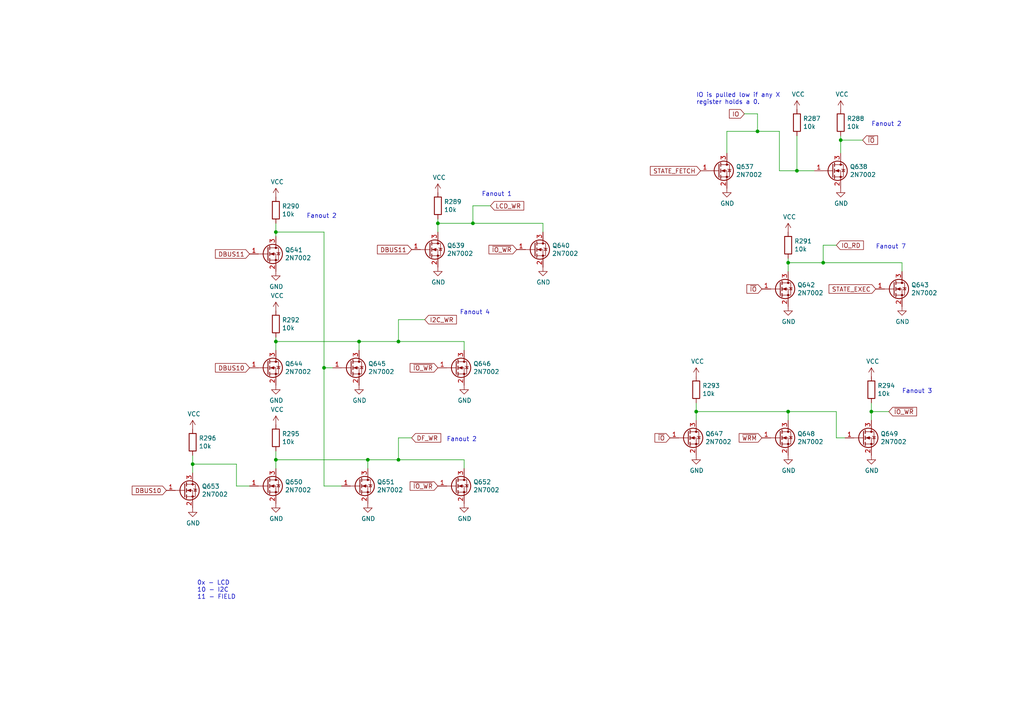
<source format=kicad_sch>
(kicad_sch (version 20211123) (generator eeschema)
  (paper "A4")
  (title_block (title "Q2 Computer") (date "2022-04-16") (rev "4c") (company "joewing.net"))
  (lib_symbols
    (symbol "Device:R" (pin_numbers hide) (pin_names (offset 0))
      (property "Reference" "R" (at 2.032 0 90))
      (property "Value" "R" (at 0 0 90))
      (symbol "R_0_1"
        (rectangle (start -1.016 -2.54) (end 1.016 2.54) (stroke (width 0.254)))
      )
      (symbol "R_1_1"
        (pin passive line (at 0 3.81 270) (length 1.27) (name "~") (number "1"))
        (pin passive line (at 0 -3.81 90) (length 1.27) (name "~") (number "2"))
      )
    )
    (symbol "Transistor_FET:2N7002" (pin_names hide)
      (property "Reference" "Q" (at 5.08 1.905 0))
      (property "Value" "2N7002" (at 5.08 0 0))
      (symbol "2N7002_0_1"
        (polyline (pts (xy 0.254 0) (xy -2.54 0)))
        (polyline (pts (xy 0.254 1.905) (xy 0.254 -1.905)) (stroke (width 0.254)))
        (polyline (pts (xy 0.762 -1.27) (xy 0.762 -2.286)) (stroke (width 0.254)))
        (polyline (pts (xy 0.762 0.508) (xy 0.762 -0.508)) (stroke (width 0.254)))
        (polyline (pts (xy 0.762 2.286) (xy 0.762 1.27)) (stroke (width 0.254)))
        (polyline (pts (xy 2.54 2.54) (xy 2.54 1.778)))
        (polyline (pts (xy 2.54 -2.54) (xy 2.54 0) (xy 0.762 0)))
        (polyline (pts (xy 0.762 -1.778) (xy 3.302 -1.778) (xy 3.302 1.778) (xy 0.762 1.778)))
        (polyline (pts (xy 1.016 0) (xy 2.032 0.381) (xy 2.032 -0.381) (xy 1.016 0)) (fill (type outline)))
        (polyline (pts (xy 2.794 0.508) (xy 2.921 0.381) (xy 3.683 0.381) (xy 3.81 0.254)))
        (polyline (pts (xy 3.302 0.381) (xy 2.921 -0.254) (xy 3.683 -0.254) (xy 3.302 0.381)))
        (circle (center 1.651 0) (radius 2.794) (stroke (width 0.254)))
        (circle (center 2.54 -1.778) (radius 0.254) (fill (type outline)))
        (circle (center 2.54 1.778) (radius 0.254) (fill (type outline)))
      )
      (symbol "2N7002_1_1"
        (pin input line (at -5.08 0 0) (length 2.54) (name "G") (number "1"))
        (pin passive line (at 2.54 -5.08 90) (length 2.54) (name "S") (number "2"))
        (pin passive line (at 2.54 5.08 270) (length 2.54) (name "D") (number "3"))
      )
    )
    (symbol "power:GND" (power) (pin_names (offset 0))
      (property "Value" "GND" (at 0 -3.81 0))
      (symbol "GND_0_1"
        (polyline (pts (xy 0 0) (xy 0 -1.27) (xy 1.27 -1.27) (xy 0 -2.54) (xy -1.27 -1.27) (xy 0 -1.27)))
      )
      (symbol "GND_1_1"
        (pin power_in line (at 0 0 270) (length 0) hide (name "GND") (number "1"))
      )
    )
    (symbol "power:VCC" (power) (pin_names (offset 0))
      (property "Value" "VCC" (at 0 3.81 0))
      (symbol "VCC_0_1"
        (polyline (pts (xy -0.762 1.27) (xy 0 2.54)))
        (polyline (pts (xy 0 0) (xy 0 2.54)))
        (polyline (pts (xy 0 2.54) (xy 0.762 1.27)))
      )
      (symbol "VCC_1_1"
        (pin power_in line (at 0 0 90) (length 0) hide (name "VCC") (number "1"))
      )
    )
  )
  (junction (at 106.68 133.35))
  (junction (at 238.76 76.2))
  (junction (at 252.73 119.38))
  (junction (at 80.01 99.06))
  (junction (at 115.57 99.06))
  (junction (at 137.16 64.77))
  (junction (at 127 64.77))
  (junction (at 231.14 49.53))
  (junction (at 55.88 134.62))
  (junction (at 228.6 119.38))
  (junction (at 201.93 119.38))
  (junction (at 219.71 38.1))
  (junction (at 93.98 106.68))
  (junction (at 80.01 133.35))
  (junction (at 243.84 40.64))
  (junction (at 115.57 133.35))
  (junction (at 104.14 99.06))
  (junction (at 228.6 76.2))
  (junction (at 80.01 67.31))
  (wire (pts (xy 210.82 44.45) (xy 210.82 38.1)))
  (wire (pts (xy 201.93 119.38) (xy 201.93 121.92)))
  (wire (pts (xy 226.06 49.53) (xy 231.14 49.53)))
  (wire (pts (xy 226.06 38.1) (xy 226.06 49.53)))
  (wire (pts (xy 134.62 133.35) (xy 134.62 135.89)))
  (wire (pts (xy 252.73 119.38) (xy 252.73 121.92)))
  (wire (pts (xy 106.68 133.35) (xy 115.57 133.35)))
  (wire (pts (xy 104.14 99.06) (xy 104.14 101.6)))
  (wire (pts (xy 137.16 59.69) (xy 137.16 64.77)))
  (wire (pts (xy 106.68 135.89) (xy 106.68 133.35)))
  (wire (pts (xy 261.62 76.2) (xy 261.62 78.74)))
  (wire (pts (xy 115.57 92.71) (xy 115.57 99.06)))
  (wire (pts (xy 219.71 33.02) (xy 219.71 38.1)))
  (wire (pts (xy 228.6 119.38) (xy 228.6 121.92)))
  (wire (pts (xy 238.76 76.2) (xy 261.62 76.2)))
  (wire (pts (xy 106.68 133.35) (xy 80.01 133.35)))
  (wire (pts (xy 68.58 140.97) (xy 68.58 134.62)))
  (wire (pts (xy 231.14 49.53) (xy 236.22 49.53)))
  (wire (pts (xy 68.58 134.62) (xy 55.88 134.62)))
  (wire (pts (xy 80.01 99.06) (xy 80.01 101.6)))
  (wire (pts (xy 80.01 67.31) (xy 80.01 68.58)))
  (wire (pts (xy 80.01 67.31) (xy 93.98 67.31)))
  (wire (pts (xy 93.98 67.31) (xy 93.98 106.68)))
  (wire (pts (xy 238.76 71.12) (xy 238.76 76.2)))
  (wire (pts (xy 127 63.5) (xy 127 64.77)))
  (wire (pts (xy 252.73 119.38) (xy 257.81 119.38)))
  (wire (pts (xy 252.73 116.84) (xy 252.73 119.38)))
  (wire (pts (xy 243.84 40.64) (xy 243.84 44.45)))
  (wire (pts (xy 134.62 99.06) (xy 134.62 101.6)))
  (wire (pts (xy 115.57 133.35) (xy 134.62 133.35)))
  (wire (pts (xy 80.01 64.77) (xy 80.01 67.31)))
  (wire (pts (xy 115.57 127) (xy 115.57 133.35)))
  (wire (pts (xy 137.16 64.77) (xy 157.48 64.77)))
  (wire (pts (xy 115.57 99.06) (xy 134.62 99.06)))
  (wire (pts (xy 80.01 133.35) (xy 80.01 135.89)))
  (wire (pts (xy 80.01 130.81) (xy 80.01 133.35)))
  (wire (pts (xy 157.48 64.77) (xy 157.48 67.31)))
  (wire (pts (xy 242.57 119.38) (xy 242.57 127)))
  (wire (pts (xy 99.06 140.97) (xy 93.98 140.97)))
  (wire (pts (xy 201.93 119.38) (xy 228.6 119.38)))
  (wire (pts (xy 243.84 39.37) (xy 243.84 40.64)))
  (wire (pts (xy 231.14 39.37) (xy 231.14 49.53)))
  (wire (pts (xy 127 64.77) (xy 137.16 64.77)))
  (wire (pts (xy 242.57 71.12) (xy 238.76 71.12)))
  (wire (pts (xy 72.39 140.97) (xy 68.58 140.97)))
  (wire (pts (xy 104.14 99.06) (xy 80.01 99.06)))
  (wire (pts (xy 142.24 59.69) (xy 137.16 59.69)))
  (wire (pts (xy 210.82 38.1) (xy 219.71 38.1)))
  (wire (pts (xy 242.57 127) (xy 245.11 127)))
  (wire (pts (xy 228.6 76.2) (xy 238.76 76.2)))
  (wire (pts (xy 219.71 38.1) (xy 226.06 38.1)))
  (wire (pts (xy 250.19 40.64) (xy 243.84 40.64)))
  (wire (pts (xy 93.98 106.68) (xy 96.52 106.68)))
  (wire (pts (xy 228.6 76.2) (xy 228.6 78.74)))
  (wire (pts (xy 228.6 74.93) (xy 228.6 76.2)))
  (wire (pts (xy 127 64.77) (xy 127 67.31)))
  (wire (pts (xy 104.14 99.06) (xy 115.57 99.06)))
  (wire (pts (xy 93.98 106.68) (xy 93.98 140.97)))
  (wire (pts (xy 55.88 132.08) (xy 55.88 134.62)))
  (wire (pts (xy 115.57 92.71) (xy 123.19 92.71)))
  (wire (pts (xy 80.01 97.79) (xy 80.01 99.06)))
  (wire (pts (xy 201.93 116.84) (xy 201.93 119.38)))
  (wire (pts (xy 119.38 127) (xy 115.57 127)))
  (wire (pts (xy 55.88 134.62) (xy 55.88 137.16)))
  (wire (pts (xy 228.6 119.38) (xy 242.57 119.38)))
  (wire (pts (xy 215.9 33.02) (xy 219.71 33.02)))
  (text "Fanout 2" (at 252.73 36.83 0) (effects (font (size 1.27 1.27)) (justify left bottom)))
  (text "Fanout 2" (at 88.9 63.5 0) (effects (font (size 1.27 1.27)) (justify left bottom)))
  (text "Fanout 4" (at 133.35 91.44 0) (effects (font (size 1.27 1.27)) (justify left bottom)))
  (text "Fanout 3" (at 261.62 114.3 0) (effects (font (size 1.27 1.27)) (justify left bottom)))
  (text "0x - LCD\n10 - I2C\n11 - FIELD" (at 57.15 173.99 0) (effects (font (size 1.27 1.27)) (justify left bottom)))
  (text "IO is pulled low if any X\nregister holds a 0." (at 201.93 30.48 0) (effects (font (size 1.27 1.27)) (justify left bottom)))
  (text "Fanout 1" (at 139.7 57.15 0) (effects (font (size 1.27 1.27)) (justify left bottom)))
  (text "Fanout 2" (at 129.54 128.27 0) (effects (font (size 1.27 1.27)) (justify left bottom)))
  (text "Fanout 7" (at 254 72.39 0) (effects (font (size 1.27 1.27)) (justify left bottom)))
  (global_label "STATE_FETCH" (shape input) (at 203.2 49.53 180) (property "Intersheet References" "${INTERSHEET_REFS}" (effects hide)))
  (global_label "IO_RD" (shape input) (at 242.57 71.12 0) (property "Intersheet References" "${INTERSHEET_REFS}" (effects hide)))
  (global_label "DBUS11" (shape input) (at 72.39 73.66 180) (property "Intersheet References" "${INTERSHEET_REFS}" (effects hide)))
  (global_label "IO" (shape input) (at 215.9 33.02 180) (property "Intersheet References" "${INTERSHEET_REFS}" (effects hide)))
  (global_label "~{WRM}" (shape input) (at 220.98 127 180) (property "Intersheet References" "${INTERSHEET_REFS}" (effects hide)))
  (global_label "~{IO_WR}" (shape input) (at 127 106.68 180) (property "Intersheet References" "${INTERSHEET_REFS}" (effects hide)))
  (global_label "LCD_WR" (shape input) (at 142.24 59.69 0) (property "Intersheet References" "${INTERSHEET_REFS}" (effects hide)))
  (global_label "DF_WR" (shape input) (at 119.38 127 0) (property "Intersheet References" "${INTERSHEET_REFS}" (effects hide)))
  (global_label "I2C_WR" (shape input) (at 123.19 92.71 0) (property "Intersheet References" "${INTERSHEET_REFS}" (effects hide)))
  (global_label "DBUS10" (shape input) (at 72.39 106.68 180) (property "Intersheet References" "${INTERSHEET_REFS}" (effects hide)))
  (global_label "STATE_EXEC" (shape input) (at 254 83.82 180) (property "Intersheet References" "${INTERSHEET_REFS}" (effects hide)))
  (global_label "~{IO_WR}" (shape input) (at 149.86 72.39 180) (property "Intersheet References" "${INTERSHEET_REFS}" (effects hide)))
  (global_label "~{IO}" (shape input) (at 194.31 127 180) (property "Intersheet References" "${INTERSHEET_REFS}" (effects hide)))
  (global_label "DBUS11" (shape input) (at 119.38 72.39 180) (property "Intersheet References" "${INTERSHEET_REFS}" (effects hide)))
  (global_label "DBUS10" (shape input) (at 48.26 142.24 180) (property "Intersheet References" "${INTERSHEET_REFS}" (effects hide)))
  (global_label "~{IO_WR}" (shape input) (at 127 140.97 180) (property "Intersheet References" "${INTERSHEET_REFS}" (effects hide)))
  (global_label "~{IO}" (shape input) (at 220.98 83.82 180) (property "Intersheet References" "${INTERSHEET_REFS}" (effects hide)))
  (global_label "~{IO_WR}" (shape input) (at 257.81 119.38 0) (property "Intersheet References" "${INTERSHEET_REFS}" (effects hide)))
  (global_label "~{IO}" (shape input) (at 250.19 40.64 0) (property "Intersheet References" "${INTERSHEET_REFS}" (effects hide)))
  (symbol (lib_id "power:GND") (at 243.84 54.61 0) (unit 1)
    (property "Reference" "#PWR0512" (effects hide))
    (property "Value" "GND" (at 243.967 59.0042 0))
  )
  (symbol (lib_id "power:VCC") (at 243.84 31.75 0) (unit 1)
    (property "Reference" "#PWR0510" (effects hide))
    (property "Value" "VCC" (at 244.221 27.3558 0))
  )
  (symbol (lib_id "Device:R") (at 243.84 35.56 0) (unit 1)
    (property "Reference" "R288" (at 245.618 34.3916 0) (effects (justify left)))
    (property "Value" "10k" (at 245.618 36.703 0) (effects (justify left)))
    (property "Footprint" "Resistor_SMD:R_0603_1608Metric" (effects hide))
    (property "LCSC" "C25804" (effects hide))
    (property "Manufacturer" "UNI-ROYAL(Uniroyal Elec)" (effects hide))
    (property "Part Number" "0603WAF1002T5E" (effects hide))
    (property "Package" "0603" (effects hide))
    (property "Type" "SMD" (effects hide))
  )
  (symbol (lib_id "power:GND") (at 228.6 88.9 0) (unit 1)
    (property "Reference" "#PWR0519" (effects hide))
    (property "Value" "GND" (at 228.727 93.2942 0))
  )
  (symbol (lib_id "power:VCC") (at 228.6 67.31 0) (unit 1)
    (property "Reference" "#PWR0515" (effects hide))
    (property "Value" "VCC" (at 228.981 62.9158 0))
  )
  (symbol (lib_id "Device:R") (at 228.6 71.12 0) (unit 1)
    (property "Reference" "R291" (at 230.378 69.9516 0) (effects (justify left)))
    (property "Value" "10k" (at 230.378 72.263 0) (effects (justify left)))
    (property "Footprint" "Resistor_SMD:R_0603_1608Metric" (effects hide))
    (property "LCSC" "C25804" (effects hide))
    (property "Manufacturer" "UNI-ROYAL(Uniroyal Elec)" (effects hide))
    (property "Part Number" "0603WAF1002T5E" (effects hide))
    (property "Package" "0603" (effects hide))
    (property "Type" "SMD" (effects hide))
  )
  (symbol (lib_id "power:GND") (at 261.62 88.9 0) (unit 1)
    (property "Reference" "#PWR0520" (effects hide))
    (property "Value" "GND" (at 261.747 93.2942 0))
  )
  (symbol (lib_id "power:GND") (at 127 77.47 0) (unit 1)
    (property "Reference" "#PWR0516" (effects hide))
    (property "Value" "GND" (at 127.127 81.8642 0))
  )
  (symbol (lib_id "power:VCC") (at 127 55.88 0) (unit 1)
    (property "Reference" "#PWR0513" (effects hide))
    (property "Value" "VCC" (at 127.381 51.4858 0))
  )
  (symbol (lib_id "Device:R") (at 127 59.69 0) (unit 1)
    (property "Reference" "R289" (at 128.778 58.5216 0) (effects (justify left)))
    (property "Value" "10k" (at 128.778 60.833 0) (effects (justify left)))
    (property "Footprint" "Resistor_SMD:R_0603_1608Metric" (effects hide))
    (property "LCSC" "C25804" (effects hide))
    (property "Manufacturer" "UNI-ROYAL(Uniroyal Elec)" (effects hide))
    (property "Part Number" "0603WAF1002T5E" (effects hide))
    (property "Package" "0603" (effects hide))
    (property "Type" "SMD" (effects hide))
  )
  (symbol (lib_id "power:GND") (at 201.93 132.08 0) (unit 1)
    (property "Reference" "#PWR0529" (effects hide))
    (property "Value" "GND" (at 202.057 136.4742 0))
  )
  (symbol (lib_id "power:GND") (at 228.6 132.08 0) (unit 1)
    (property "Reference" "#PWR0530" (effects hide))
    (property "Value" "GND" (at 228.727 136.4742 0))
  )
  (symbol (lib_id "power:VCC") (at 80.01 90.17 0) (unit 1)
    (property "Reference" "#PWR0521" (effects hide))
    (property "Value" "VCC" (at 80.391 85.7758 0))
  )
  (symbol (lib_id "Device:R") (at 80.01 93.98 0) (unit 1)
    (property "Reference" "R292" (at 81.788 92.8116 0) (effects (justify left)))
    (property "Value" "10k" (at 81.788 95.123 0) (effects (justify left)))
    (property "Footprint" "Resistor_SMD:R_0603_1608Metric" (effects hide))
    (property "LCSC" "C25804" (effects hide))
    (property "Manufacturer" "UNI-ROYAL(Uniroyal Elec)" (effects hide))
    (property "Part Number" "0603WAF1002T5E" (effects hide))
    (property "Package" "0603" (effects hide))
    (property "Type" "SMD" (effects hide))
  )
  (symbol (lib_id "power:GND") (at 134.62 111.76 0) (unit 1)
    (property "Reference" "#PWR0526" (effects hide))
    (property "Value" "GND" (at 134.747 116.1542 0))
  )
  (symbol (lib_id "power:GND") (at 80.01 78.74 0) (unit 1)
    (property "Reference" "#PWR0518" (effects hide))
    (property "Value" "GND" (at 80.137 83.1342 0))
  )
  (symbol (lib_id "power:VCC") (at 80.01 57.15 0) (unit 1)
    (property "Reference" "#PWR0514" (effects hide))
    (property "Value" "VCC" (at 80.391 52.7558 0))
  )
  (symbol (lib_id "Device:R") (at 80.01 60.96 0) (unit 1)
    (property "Reference" "R290" (at 81.788 59.7916 0) (effects (justify left)))
    (property "Value" "10k" (at 81.788 62.103 0) (effects (justify left)))
    (property "Footprint" "Resistor_SMD:R_0603_1608Metric" (effects hide))
    (property "LCSC" "C25804" (effects hide))
    (property "Manufacturer" "UNI-ROYAL(Uniroyal Elec)" (effects hide))
    (property "Part Number" "0603WAF1002T5E" (effects hide))
    (property "Package" "0603" (effects hide))
    (property "Type" "SMD" (effects hide))
  )
  (symbol (lib_id "Transistor_FET:2N7002") (at 208.28 49.53 0) (unit 1)
    (property "Reference" "Q637" (at 213.4616 48.3616 0) (effects (justify left)))
    (property "Value" "2N7002" (at 213.4616 50.673 0) (effects (justify left)))
    (property "Footprint" "Package_TO_SOT_SMD:SOT-23" (effects hide))
    (property "LCSC" "C181083" (effects hide))
    (property "Manufacturer" "Guangdong Hottech" (effects hide))
    (property "Part Number" "2N7002" (effects hide))
    (property "Package" "SOT-23" (effects hide))
    (property "Type" "SMD" (effects hide))
  )
  (symbol (lib_id "Transistor_FET:2N7002") (at 241.3 49.53 0) (unit 1)
    (property "Reference" "Q638" (at 246.4816 48.3616 0) (effects (justify left)))
    (property "Value" "2N7002" (at 246.4816 50.673 0) (effects (justify left)))
    (property "Footprint" "Package_TO_SOT_SMD:SOT-23" (effects hide))
    (property "LCSC" "C181083" (effects hide))
    (property "Manufacturer" "Guangdong Hottech" (effects hide))
    (property "Part Number" "2N7002" (effects hide))
    (property "Package" "SOT-23" (effects hide))
    (property "Type" "SMD" (effects hide))
  )
  (symbol (lib_id "Transistor_FET:2N7002") (at 226.06 83.82 0) (unit 1)
    (property "Reference" "Q642" (at 231.2416 82.6516 0) (effects (justify left)))
    (property "Value" "2N7002" (at 231.2416 84.963 0) (effects (justify left)))
    (property "Footprint" "Package_TO_SOT_SMD:SOT-23" (effects hide))
    (property "LCSC" "C181083" (effects hide))
    (property "Manufacturer" "Guangdong Hottech" (effects hide))
    (property "Part Number" "2N7002" (effects hide))
    (property "Package" "SOT-23" (effects hide))
    (property "Type" "SMD" (effects hide))
  )
  (symbol (lib_id "Transistor_FET:2N7002") (at 259.08 83.82 0) (unit 1)
    (property "Reference" "Q643" (at 264.2616 82.6516 0) (effects (justify left)))
    (property "Value" "2N7002" (at 264.2616 84.963 0) (effects (justify left)))
    (property "Footprint" "Package_TO_SOT_SMD:SOT-23" (effects hide))
    (property "LCSC" "C181083" (effects hide))
    (property "Manufacturer" "Guangdong Hottech" (effects hide))
    (property "Part Number" "2N7002" (effects hide))
    (property "Package" "SOT-23" (effects hide))
    (property "Type" "SMD" (effects hide))
  )
  (symbol (lib_id "power:VCC") (at 231.14 31.75 0) (unit 1)
    (property "Reference" "#PWR0509" (effects hide))
    (property "Value" "VCC" (at 231.521 27.3558 0))
  )
  (symbol (lib_id "Device:R") (at 231.14 35.56 0) (unit 1)
    (property "Reference" "R287" (at 232.918 34.3916 0) (effects (justify left)))
    (property "Value" "10k" (at 232.918 36.703 0) (effects (justify left)))
    (property "Footprint" "Resistor_SMD:R_0603_1608Metric" (effects hide))
    (property "LCSC" "C25804" (effects hide))
    (property "Manufacturer" "UNI-ROYAL(Uniroyal Elec)" (effects hide))
    (property "Part Number" "0603WAF1002T5E" (effects hide))
    (property "Package" "0603" (effects hide))
    (property "Type" "SMD" (effects hide))
  )
  (symbol (lib_id "power:GND") (at 210.82 54.61 0) (unit 1)
    (property "Reference" "#PWR0511" (effects hide))
    (property "Value" "GND" (at 210.947 59.0042 0))
  )
  (symbol (lib_id "Transistor_FET:2N7002") (at 77.47 73.66 0) (unit 1)
    (property "Reference" "Q641" (at 82.6516 72.4916 0) (effects (justify left)))
    (property "Value" "2N7002" (at 82.6516 74.803 0) (effects (justify left)))
    (property "Footprint" "Package_TO_SOT_SMD:SOT-23" (effects hide))
    (property "LCSC" "C181083" (effects hide))
    (property "Manufacturer" "Guangdong Hottech" (effects hide))
    (property "Part Number" "2N7002" (effects hide))
    (property "Package" "SOT-23" (effects hide))
    (property "Type" "SMD" (effects hide))
  )
  (symbol (lib_id "Transistor_FET:2N7002") (at 124.46 72.39 0) (unit 1)
    (property "Reference" "Q639" (at 129.6416 71.2216 0) (effects (justify left)))
    (property "Value" "2N7002" (at 129.6416 73.533 0) (effects (justify left)))
    (property "Footprint" "Package_TO_SOT_SMD:SOT-23" (effects hide))
    (property "LCSC" "C181083" (effects hide))
    (property "Manufacturer" "Guangdong Hottech" (effects hide))
    (property "Part Number" "2N7002" (effects hide))
    (property "Package" "SOT-23" (effects hide))
    (property "Type" "SMD" (effects hide))
  )
  (symbol (lib_id "Transistor_FET:2N7002") (at 101.6 106.68 0) (unit 1)
    (property "Reference" "Q645" (at 106.7816 105.5116 0) (effects (justify left)))
    (property "Value" "2N7002" (at 106.7816 107.823 0) (effects (justify left)))
    (property "Footprint" "Package_TO_SOT_SMD:SOT-23" (effects hide))
    (property "LCSC" "C181083" (effects hide))
    (property "Manufacturer" "Guangdong Hottech" (effects hide))
    (property "Part Number" "2N7002" (effects hide))
    (property "Package" "SOT-23" (effects hide))
    (property "Type" "SMD" (effects hide))
  )
  (symbol (lib_id "Transistor_FET:2N7002") (at 199.39 127 0) (unit 1)
    (property "Reference" "Q647" (at 204.5716 125.8316 0) (effects (justify left)))
    (property "Value" "2N7002" (at 204.5716 128.143 0) (effects (justify left)))
    (property "Footprint" "Package_TO_SOT_SMD:SOT-23" (effects hide))
    (property "LCSC" "C181083" (effects hide))
    (property "Manufacturer" "Guangdong Hottech" (effects hide))
    (property "Part Number" "2N7002" (effects hide))
    (property "Package" "SOT-23" (effects hide))
    (property "Type" "SMD" (effects hide))
  )
  (symbol (lib_id "Transistor_FET:2N7002") (at 226.06 127 0) (unit 1)
    (property "Reference" "Q648" (at 231.2416 125.8316 0) (effects (justify left)))
    (property "Value" "2N7002" (at 231.2416 128.143 0) (effects (justify left)))
    (property "Footprint" "Package_TO_SOT_SMD:SOT-23" (effects hide))
    (property "LCSC" "C181083" (effects hide))
    (property "Manufacturer" "Guangdong Hottech" (effects hide))
    (property "Part Number" "2N7002" (effects hide))
    (property "Package" "SOT-23" (effects hide))
    (property "Type" "SMD" (effects hide))
  )
  (symbol (lib_id "Transistor_FET:2N7002") (at 132.08 106.68 0) (unit 1)
    (property "Reference" "Q646" (at 137.2616 105.5116 0) (effects (justify left)))
    (property "Value" "2N7002" (at 137.2616 107.823 0) (effects (justify left)))
    (property "Footprint" "Package_TO_SOT_SMD:SOT-23" (effects hide))
    (property "LCSC" "C181083" (effects hide))
    (property "Manufacturer" "Guangdong Hottech" (effects hide))
    (property "Part Number" "2N7002" (effects hide))
    (property "Package" "SOT-23" (effects hide))
    (property "Type" "SMD" (effects hide))
  )
  (symbol (lib_id "Transistor_FET:2N7002") (at 77.47 140.97 0) (unit 1)
    (property "Reference" "Q650" (at 82.6516 139.8016 0) (effects (justify left)))
    (property "Value" "2N7002" (at 82.6516 142.113 0) (effects (justify left)))
    (property "Footprint" "Package_TO_SOT_SMD:SOT-23" (effects hide))
    (property "LCSC" "C181083" (effects hide))
    (property "Manufacturer" "Guangdong Hottech" (effects hide))
    (property "Part Number" "2N7002" (effects hide))
    (property "Package" "SOT-23" (effects hide))
    (property "Type" "SMD" (effects hide))
  )
  (symbol (lib_id "power:GND") (at 80.01 146.05 0) (unit 1)
    (property "Reference" "#PWR0532" (effects hide))
    (property "Value" "GND" (at 80.137 150.4442 0))
  )
  (symbol (lib_id "power:VCC") (at 80.01 123.19 0) (unit 1)
    (property "Reference" "#PWR0527" (effects hide))
    (property "Value" "VCC" (at 80.391 118.7958 0))
  )
  (symbol (lib_id "Device:R") (at 80.01 127 0) (unit 1)
    (property "Reference" "R295" (at 81.788 125.8316 0) (effects (justify left)))
    (property "Value" "10k" (at 81.788 128.143 0) (effects (justify left)))
    (property "Footprint" "Resistor_SMD:R_0603_1608Metric" (effects hide))
    (property "LCSC" "C25804" (effects hide))
    (property "Manufacturer" "UNI-ROYAL(Uniroyal Elec)" (effects hide))
    (property "Part Number" "0603WAF1002T5E" (effects hide))
    (property "Package" "0603" (effects hide))
    (property "Type" "SMD" (effects hide))
  )
  (symbol (lib_id "power:GND") (at 157.48 77.47 0) (unit 1)
    (property "Reference" "#PWR0517" (effects hide))
    (property "Value" "GND" (at 157.607 81.8642 0))
  )
  (symbol (lib_id "Transistor_FET:2N7002") (at 53.34 142.24 0) (unit 1)
    (property "Reference" "Q653" (at 58.5216 141.0716 0) (effects (justify left)))
    (property "Value" "2N7002" (at 58.5216 143.383 0) (effects (justify left)))
    (property "Footprint" "Package_TO_SOT_SMD:SOT-23" (effects hide))
    (property "LCSC" "C181083" (effects hide))
    (property "Manufacturer" "Guangdong Hottech" (effects hide))
    (property "Part Number" "2N7002" (effects hide))
    (property "Package" "SOT-23" (effects hide))
    (property "Type" "SMD" (effects hide))
  )
  (symbol (lib_id "power:GND") (at 55.88 147.32 0) (unit 1)
    (property "Reference" "#PWR0535" (effects hide))
    (property "Value" "GND" (at 56.007 151.7142 0))
  )
  (symbol (lib_id "power:VCC") (at 55.88 124.46 0) (unit 1)
    (property "Reference" "#PWR0528" (effects hide))
    (property "Value" "VCC" (at 56.261 120.0658 0))
  )
  (symbol (lib_id "Device:R") (at 55.88 128.27 0) (unit 1)
    (property "Reference" "R296" (at 57.658 127.1016 0) (effects (justify left)))
    (property "Value" "10k" (at 57.658 129.413 0) (effects (justify left)))
    (property "Footprint" "Resistor_SMD:R_0603_1608Metric" (effects hide))
    (property "LCSC" "C25804" (effects hide))
    (property "Manufacturer" "UNI-ROYAL(Uniroyal Elec)" (effects hide))
    (property "Part Number" "0603WAF1002T5E" (effects hide))
    (property "Package" "0603" (effects hide))
    (property "Type" "SMD" (effects hide))
  )
  (symbol (lib_id "power:VCC") (at 201.93 109.22 0) (unit 1)
    (property "Reference" "#PWR0522" (effects hide))
    (property "Value" "VCC" (at 202.311 104.8258 0))
  )
  (symbol (lib_id "Device:R") (at 201.93 113.03 0) (unit 1)
    (property "Reference" "R293" (at 203.708 111.8616 0) (effects (justify left)))
    (property "Value" "10k" (at 203.708 114.173 0) (effects (justify left)))
    (property "Footprint" "Resistor_SMD:R_0603_1608Metric" (effects hide))
    (property "LCSC" "C25804" (effects hide))
    (property "Manufacturer" "UNI-ROYAL(Uniroyal Elec)" (effects hide))
    (property "Part Number" "0603WAF1002T5E" (effects hide))
    (property "Package" "0603" (effects hide))
    (property "Type" "SMD" (effects hide))
  )
  (symbol (lib_id "Transistor_FET:2N7002") (at 77.47 106.68 0) (unit 1)
    (property "Reference" "Q644" (at 82.6516 105.5116 0) (effects (justify left)))
    (property "Value" "2N7002" (at 82.6516 107.823 0) (effects (justify left)))
    (property "Footprint" "Package_TO_SOT_SMD:SOT-23" (effects hide))
    (property "LCSC" "C181083" (effects hide))
    (property "Manufacturer" "Guangdong Hottech" (effects hide))
    (property "Part Number" "2N7002" (effects hide))
    (property "Package" "SOT-23" (effects hide))
    (property "Type" "SMD" (effects hide))
  )
  (symbol (lib_id "Transistor_FET:2N7002") (at 250.19 127 0) (unit 1)
    (property "Reference" "Q649" (at 255.3716 125.8316 0) (effects (justify left)))
    (property "Value" "2N7002" (at 255.3716 128.143 0) (effects (justify left)))
    (property "Footprint" "Package_TO_SOT_SMD:SOT-23" (effects hide))
    (property "LCSC" "C181083" (effects hide))
    (property "Manufacturer" "Guangdong Hottech" (effects hide))
    (property "Part Number" "2N7002" (effects hide))
    (property "Package" "SOT-23" (effects hide))
    (property "Type" "SMD" (effects hide))
  )
  (symbol (lib_id "power:GND") (at 252.73 132.08 0) (unit 1)
    (property "Reference" "#PWR0531" (effects hide))
    (property "Value" "GND" (at 252.857 136.4742 0))
  )
  (symbol (lib_id "power:VCC") (at 252.73 109.22 0) (unit 1)
    (property "Reference" "#PWR0523" (effects hide))
    (property "Value" "VCC" (at 253.111 104.8258 0))
  )
  (symbol (lib_id "Device:R") (at 252.73 113.03 0) (unit 1)
    (property "Reference" "R294" (at 254.508 111.8616 0) (effects (justify left)))
    (property "Value" "10k" (at 254.508 114.173 0) (effects (justify left)))
    (property "Footprint" "Resistor_SMD:R_0603_1608Metric" (effects hide))
    (property "LCSC" "C25804" (effects hide))
    (property "Manufacturer" "UNI-ROYAL(Uniroyal Elec)" (effects hide))
    (property "Part Number" "0603WAF1002T5E" (effects hide))
    (property "Package" "0603" (effects hide))
    (property "Type" "SMD" (effects hide))
  )
  (symbol (lib_id "power:GND") (at 104.14 111.76 0) (unit 1)
    (property "Reference" "#PWR0525" (effects hide))
    (property "Value" "GND" (at 104.267 116.1542 0))
  )
  (symbol (lib_id "power:GND") (at 80.01 111.76 0) (unit 1)
    (property "Reference" "#PWR0524" (effects hide))
    (property "Value" "GND" (at 80.137 116.1542 0))
  )
  (symbol (lib_id "Transistor_FET:2N7002") (at 154.94 72.39 0) (unit 1)
    (property "Reference" "Q640" (at 160.1216 71.2216 0) (effects (justify left)))
    (property "Value" "2N7002" (at 160.1216 73.533 0) (effects (justify left)))
    (property "Footprint" "Package_TO_SOT_SMD:SOT-23" (effects hide))
    (property "LCSC" "C181083" (effects hide))
    (property "Manufacturer" "Guangdong Hottech" (effects hide))
    (property "Part Number" "2N7002" (effects hide))
    (property "Package" "SOT-23" (effects hide))
    (property "Type" "SMD" (effects hide))
  )
  (symbol (lib_id "Transistor_FET:2N7002") (at 104.14 140.97 0) (unit 1)
    (property "Reference" "Q651" (at 109.3216 139.8016 0) (effects (justify left)))
    (property "Value" "2N7002" (at 109.3216 142.113 0) (effects (justify left)))
    (property "Footprint" "Package_TO_SOT_SMD:SOT-23" (effects hide))
    (property "LCSC" "C181083" (effects hide))
    (property "Manufacturer" "Guangdong Hottech" (effects hide))
    (property "Part Number" "2N7002" (effects hide))
    (property "Package" "SOT-23" (effects hide))
    (property "Type" "SMD" (effects hide))
  )
  (symbol (lib_id "power:GND") (at 106.68 146.05 0) (unit 1)
    (property "Reference" "#PWR0533" (effects hide))
    (property "Value" "GND" (at 106.807 150.4442 0))
  )
  (symbol (lib_id "Transistor_FET:2N7002") (at 132.08 140.97 0) (unit 1)
    (property "Reference" "Q652" (at 137.2616 139.8016 0) (effects (justify left)))
    (property "Value" "2N7002" (at 137.2616 142.113 0) (effects (justify left)))
    (property "Footprint" "Package_TO_SOT_SMD:SOT-23" (effects hide))
    (property "LCSC" "C181083" (effects hide))
    (property "Manufacturer" "Guangdong Hottech" (effects hide))
    (property "Part Number" "2N7002" (effects hide))
    (property "Package" "SOT-23" (effects hide))
    (property "Type" "SMD" (effects hide))
  )
  (symbol (lib_id "power:GND") (at 134.62 146.05 0) (unit 1)
    (property "Reference" "#PWR0534" (effects hide))
    (property "Value" "GND" (at 134.747 150.4442 0))
  )
)
</source>
